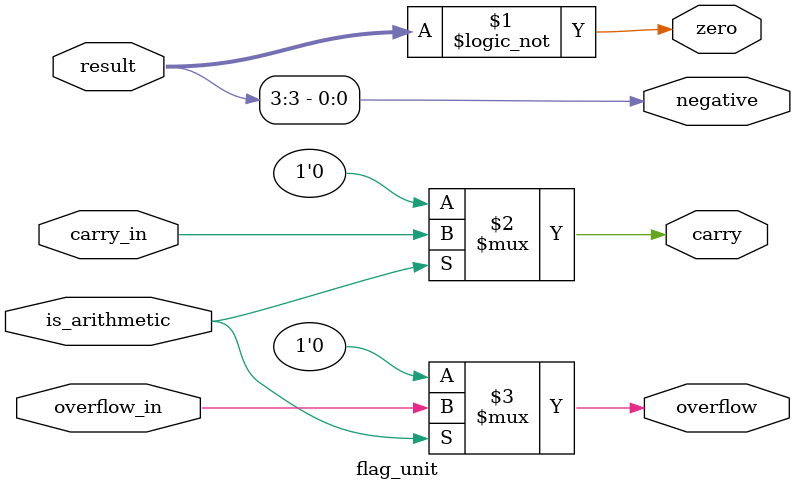
<source format=v>


module flag_unit #(
    parameter WIDTH = 4
)(
    input  [WIDTH-1:0] result,
    input  carry_in,
    input  overflow_in,
    input  is_arithmetic,    // 1 if arithmetic op, 0 if logic op
    output zero,
    output carry,
    output overflow,
    output negative
);

    // Zero flag: result is all zeros
    assign zero = (result == {WIDTH{1'b0}});
    
    // Negative flag: MSB of result (sign bit in two's complement)
    assign negative = result[WIDTH-1];
    
    // Carry and Overflow only valid for arithmetic operations
    assign carry = is_arithmetic ? carry_in : 1'b0;
    assign overflow = is_arithmetic ? overflow_in : 1'b0;

endmodule
</source>
